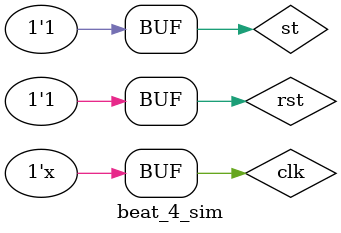
<source format=v>
`timescale 1ns / 1ps


module beat_4_sim();
    reg clk, rst, st;
    wire q3, q2, q1, q0;
    initial
        begin
            clk = 0; rst = 0; st = 1;
        end
    always #10 clk = ~clk;
    initial
        begin
            #20 begin
                    rst = 1; st = 0;
                end
            #20 begin
                    rst = 1; st = 1;
                end
        end
    beat_4 u1(clk, rst, st, q0, q1, q2, q3);
endmodule

</source>
